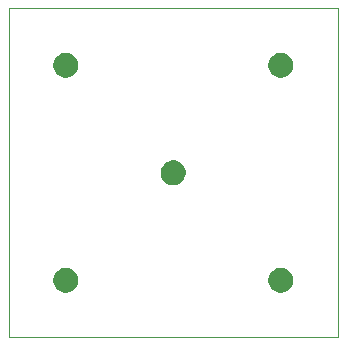
<source format=gbr>
G04 #@! TF.GenerationSoftware,KiCad,Pcbnew,5.1.5+dfsg1-2build2*
G04 #@! TF.CreationDate,2022-03-05T21:40:51-05:00*
G04 #@! TF.ProjectId,N_FLANGE_4_HOLES,4e5f464c-414e-4474-955f-345f484f4c45,rev?*
G04 #@! TF.SameCoordinates,Original*
G04 #@! TF.FileFunction,Soldermask,Top*
G04 #@! TF.FilePolarity,Negative*
%FSLAX46Y46*%
G04 Gerber Fmt 4.6, Leading zero omitted, Abs format (unit mm)*
G04 Created by KiCad (PCBNEW 5.1.5+dfsg1-2build2) date 2022-03-05 21:40:51*
%MOMM*%
%LPD*%
G04 APERTURE LIST*
%ADD10C,0.050000*%
%ADD11C,0.100000*%
G04 APERTURE END LIST*
D10*
X50000000Y-77900000D02*
X77900000Y-77900000D01*
X77900000Y-50000000D02*
X77900000Y-77900000D01*
X50000000Y-50000000D02*
X77900000Y-50000000D01*
X50000000Y-50000000D02*
X50000000Y-77900000D01*
D11*
G36*
X73356416Y-72039879D02*
G01*
X73547592Y-72119067D01*
X73547594Y-72119068D01*
X73719648Y-72234031D01*
X73865969Y-72380352D01*
X73980933Y-72552408D01*
X74060121Y-72743584D01*
X74100490Y-72946534D01*
X74100490Y-73153466D01*
X74060121Y-73356416D01*
X73980933Y-73547592D01*
X73980932Y-73547594D01*
X73865969Y-73719648D01*
X73719648Y-73865969D01*
X73547594Y-73980932D01*
X73547593Y-73980933D01*
X73547592Y-73980933D01*
X73356416Y-74060121D01*
X73153466Y-74100490D01*
X72946534Y-74100490D01*
X72743584Y-74060121D01*
X72552408Y-73980933D01*
X72552407Y-73980933D01*
X72552406Y-73980932D01*
X72380352Y-73865969D01*
X72234031Y-73719648D01*
X72119068Y-73547594D01*
X72119067Y-73547592D01*
X72039879Y-73356416D01*
X71999510Y-73153466D01*
X71999510Y-72946534D01*
X72039879Y-72743584D01*
X72119067Y-72552408D01*
X72234031Y-72380352D01*
X72380352Y-72234031D01*
X72552406Y-72119068D01*
X72552408Y-72119067D01*
X72743584Y-72039879D01*
X72946534Y-71999510D01*
X73153466Y-71999510D01*
X73356416Y-72039879D01*
G37*
G36*
X55156416Y-72039879D02*
G01*
X55347592Y-72119067D01*
X55347594Y-72119068D01*
X55519648Y-72234031D01*
X55665969Y-72380352D01*
X55780933Y-72552408D01*
X55860121Y-72743584D01*
X55900490Y-72946534D01*
X55900490Y-73153466D01*
X55860121Y-73356416D01*
X55780933Y-73547592D01*
X55780932Y-73547594D01*
X55665969Y-73719648D01*
X55519648Y-73865969D01*
X55347594Y-73980932D01*
X55347593Y-73980933D01*
X55347592Y-73980933D01*
X55156416Y-74060121D01*
X54953466Y-74100490D01*
X54746534Y-74100490D01*
X54543584Y-74060121D01*
X54352408Y-73980933D01*
X54352407Y-73980933D01*
X54352406Y-73980932D01*
X54180352Y-73865969D01*
X54034031Y-73719648D01*
X53919068Y-73547594D01*
X53919067Y-73547592D01*
X53839879Y-73356416D01*
X53799510Y-73153466D01*
X53799510Y-72946534D01*
X53839879Y-72743584D01*
X53919067Y-72552408D01*
X54034031Y-72380352D01*
X54180352Y-72234031D01*
X54352406Y-72119068D01*
X54352408Y-72119067D01*
X54543584Y-72039879D01*
X54746534Y-71999510D01*
X54953466Y-71999510D01*
X55156416Y-72039879D01*
G37*
G36*
X64256416Y-62939879D02*
G01*
X64447592Y-63019067D01*
X64447594Y-63019068D01*
X64619648Y-63134031D01*
X64765969Y-63280352D01*
X64880933Y-63452408D01*
X64960121Y-63643584D01*
X65000490Y-63846534D01*
X65000490Y-64053466D01*
X64960121Y-64256416D01*
X64880933Y-64447592D01*
X64880932Y-64447594D01*
X64765969Y-64619648D01*
X64619648Y-64765969D01*
X64447594Y-64880932D01*
X64447593Y-64880933D01*
X64447592Y-64880933D01*
X64256416Y-64960121D01*
X64053466Y-65000490D01*
X63846534Y-65000490D01*
X63643584Y-64960121D01*
X63452408Y-64880933D01*
X63452407Y-64880933D01*
X63452406Y-64880932D01*
X63280352Y-64765969D01*
X63134031Y-64619648D01*
X63019068Y-64447594D01*
X63019067Y-64447592D01*
X62939879Y-64256416D01*
X62899510Y-64053466D01*
X62899510Y-63846534D01*
X62939879Y-63643584D01*
X63019067Y-63452408D01*
X63134031Y-63280352D01*
X63280352Y-63134031D01*
X63452406Y-63019068D01*
X63452408Y-63019067D01*
X63643584Y-62939879D01*
X63846534Y-62899510D01*
X64053466Y-62899510D01*
X64256416Y-62939879D01*
G37*
G36*
X73356416Y-53839879D02*
G01*
X73547592Y-53919067D01*
X73547594Y-53919068D01*
X73719648Y-54034031D01*
X73865969Y-54180352D01*
X73980933Y-54352408D01*
X74060121Y-54543584D01*
X74100490Y-54746534D01*
X74100490Y-54953466D01*
X74060121Y-55156416D01*
X73980933Y-55347592D01*
X73980932Y-55347594D01*
X73865969Y-55519648D01*
X73719648Y-55665969D01*
X73547594Y-55780932D01*
X73547593Y-55780933D01*
X73547592Y-55780933D01*
X73356416Y-55860121D01*
X73153466Y-55900490D01*
X72946534Y-55900490D01*
X72743584Y-55860121D01*
X72552408Y-55780933D01*
X72552407Y-55780933D01*
X72552406Y-55780932D01*
X72380352Y-55665969D01*
X72234031Y-55519648D01*
X72119068Y-55347594D01*
X72119067Y-55347592D01*
X72039879Y-55156416D01*
X71999510Y-54953466D01*
X71999510Y-54746534D01*
X72039879Y-54543584D01*
X72119067Y-54352408D01*
X72234031Y-54180352D01*
X72380352Y-54034031D01*
X72552406Y-53919068D01*
X72552408Y-53919067D01*
X72743584Y-53839879D01*
X72946534Y-53799510D01*
X73153466Y-53799510D01*
X73356416Y-53839879D01*
G37*
G36*
X55156416Y-53839879D02*
G01*
X55347592Y-53919067D01*
X55347594Y-53919068D01*
X55519648Y-54034031D01*
X55665969Y-54180352D01*
X55780933Y-54352408D01*
X55860121Y-54543584D01*
X55900490Y-54746534D01*
X55900490Y-54953466D01*
X55860121Y-55156416D01*
X55780933Y-55347592D01*
X55780932Y-55347594D01*
X55665969Y-55519648D01*
X55519648Y-55665969D01*
X55347594Y-55780932D01*
X55347593Y-55780933D01*
X55347592Y-55780933D01*
X55156416Y-55860121D01*
X54953466Y-55900490D01*
X54746534Y-55900490D01*
X54543584Y-55860121D01*
X54352408Y-55780933D01*
X54352407Y-55780933D01*
X54352406Y-55780932D01*
X54180352Y-55665969D01*
X54034031Y-55519648D01*
X53919068Y-55347594D01*
X53919067Y-55347592D01*
X53839879Y-55156416D01*
X53799510Y-54953466D01*
X53799510Y-54746534D01*
X53839879Y-54543584D01*
X53919067Y-54352408D01*
X54034031Y-54180352D01*
X54180352Y-54034031D01*
X54352406Y-53919068D01*
X54352408Y-53919067D01*
X54543584Y-53839879D01*
X54746534Y-53799510D01*
X54953466Y-53799510D01*
X55156416Y-53839879D01*
G37*
M02*

</source>
